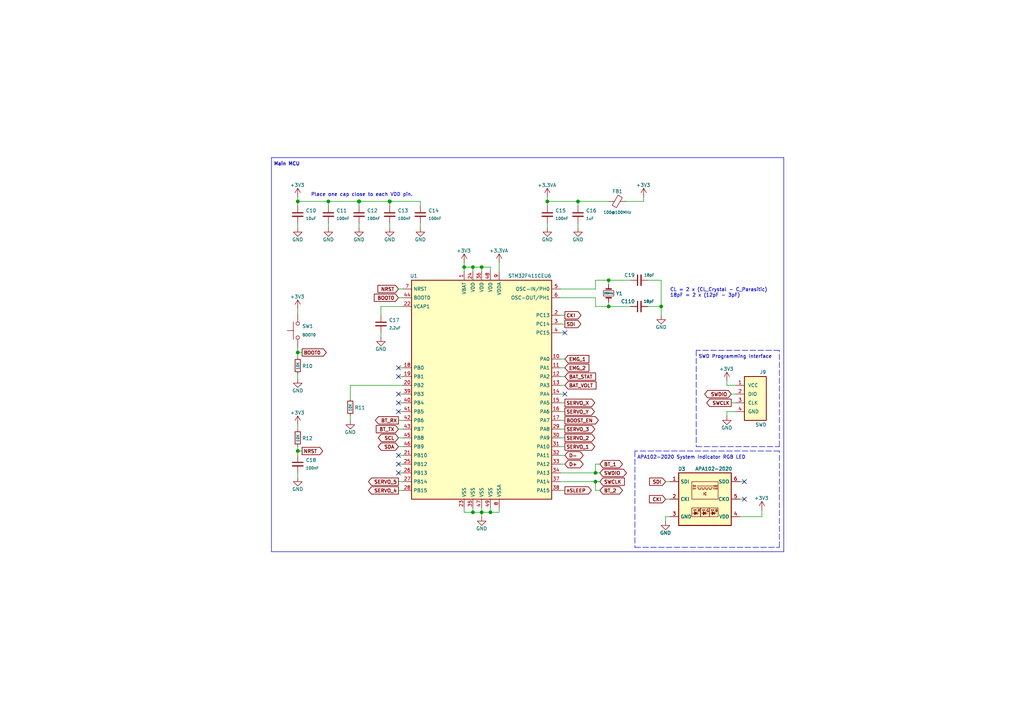
<source format=kicad_sch>
(kicad_sch (version 20201015) (generator eeschema)
  (paper "A4")
  (title_block (title "Main Controller MCU") (date "2020-10-20") (rev "1") (company "Drawn by: Hojadurdy Durdygylyjov") (comment 1 "STM32F411CE controls the entire system") (comment 2 "CC Attribution-ShareAlike 4.0 International"))
  (lib_symbols
    (symbol "Device:C_Small" (pin_numbers hide) (pin_names (offset 0.254) hide)
      (property "Reference" "C" (at 0.254 1.778 0))
      (property "Value" "C_Small" (at 0.254 -2.032 0))
      (symbol "C_Small_0_1"
        (polyline (pts (xy -1.524 -0.508) (xy 1.524 -0.508)) (stroke (width 0.3302)))
        (polyline (pts (xy -1.524 0.508) (xy 1.524 0.508)) (stroke (width 0.3048)))
      )
      (symbol "C_Small_1_1"
        (pin passive line (at 0 2.54 270) (length 2.032) (name "~") (number "1"))
        (pin passive line (at 0 -2.54 90) (length 2.032) (name "~") (number "2"))
      )
    )
    (symbol "Device:FerriteBead_Small" (pin_numbers hide) (pin_names (offset 0))
      (property "Reference" "FB" (at 1.905 1.27 0))
      (property "Value" "FerriteBead_Small" (at 1.905 -1.27 0))
      (symbol "FerriteBead_Small_0_1"
        (polyline (pts (xy 0 -1.27) (xy 0 -0.7874)))
        (polyline (pts (xy 0 0.889) (xy 0 1.2954)))
        (polyline (pts (xy -1.8288 0.2794) (xy -1.1176 1.4986) (xy 1.8288 -0.2032) (xy 1.1176 -1.4224) (xy -1.8288 0.2794)))
      )
      (symbol "FerriteBead_Small_1_1"
        (pin passive line (at 0 2.54 270) (length 1.27) (name "~") (number "1"))
        (pin passive line (at 0 -2.54 90) (length 1.27) (name "~") (number "2"))
      )
    )
    (symbol "Device:R_Small" (pin_numbers hide) (pin_names (offset 0.254) hide)
      (property "Reference" "R" (at 0.762 0.508 0))
      (property "Value" "R_Small" (at 0.762 -1.016 0))
      (symbol "R_Small_0_1"
        (rectangle (start -0.762 1.778) (end 0.762 -1.778) (stroke (width 0.2032)))
      )
      (symbol "R_Small_1_1"
        (pin passive line (at 0 2.54 270) (length 0.762) (name "~") (number "1"))
        (pin passive line (at 0 -2.54 90) (length 0.762) (name "~") (number "2"))
      )
    )
    (symbol "HD_LibDB:APA102-2020"
      (property "Reference" "D" (at -5.08 8.89 0))
      (property "Value" "APA102-2020" (at -5.08 -8.89 0))
      (symbol "APA102-2020_0_0"
        (text "B" (at 3.302 -3.302 0) (effects (font (size 0.7112 0.7112))))
        (text "CKI" (at -3.048 3.048 0) (effects (font (size 0.4 0.4))))
        (text "CKO" (at 3.048 3.048 0) (effects (font (size 0.4 0.4))))
        (text "G" (at 0.762 -3.302 0) (effects (font (size 0.7112 0.7112))))
        (text "IC" (at 0 1.524 0) (effects (font (size 0.7112 0.7112))))
        (text "R" (at -1.778 -3.302 0) (effects (font (size 0.7112 0.7112))))
        (text "SDI" (at -3.048 3.81 0) (effects (font (size 0.4 0.4))))
        (text "SDO" (at 3.048 3.81 0) (effects (font (size 0.4 0.4))))
        (rectangle (start -3.81 -5.08) (end -1.27 -2.54) (stroke (width 0.15)))
        (rectangle (start -3.81 0) (end 3.81 5.08) (stroke (width 0.15)))
        (rectangle (start -1.27 -2.54) (end 1.27 -5.08) (stroke (width 0.15)))
        (rectangle (start 1.27 -5.08) (end 3.81 -2.54) (stroke (width 0.15)))
        (polyline (pts (xy -3.302 -3.302) (xy -3.048 -3.048)))
        (polyline (pts (xy -3.048 -3.048) (xy -3.302 -3.048)))
        (polyline (pts (xy -3.048 -3.048) (xy -3.048 -3.302)))
        (polyline (pts (xy -2.54 -3.048) (xy -2.54 -3.302)))
        (polyline (pts (xy -2.286 3.81) (xy 2.286 3.81)))
        (polyline (pts (xy -0.762 -3.302) (xy -0.508 -3.048)))
        (polyline (pts (xy -0.508 -3.048) (xy -0.762 -3.048)))
        (polyline (pts (xy -0.508 -3.048) (xy -0.508 -3.302)))
        (polyline (pts (xy 0 -3.048) (xy 0 -3.302)))
        (polyline (pts (xy 1.778 -3.302) (xy 2.032 -3.048)))
        (polyline (pts (xy 2.032 -3.048) (xy 1.778 -3.048)))
        (polyline (pts (xy 2.032 -3.048) (xy 2.032 -3.302)))
        (polyline (pts (xy 2.54 -3.048) (xy 2.54 -3.302)))
        (polyline (pts (xy -2.794 -3.302) (xy -2.54 -3.048) (xy -2.794 -3.048)))
        (polyline (pts (xy -0.254 -3.302) (xy 0 -3.048) (xy -0.254 -3.048)))
        (polyline (pts (xy 2.286 -3.302) (xy 2.54 -3.048) (xy 2.286 -3.048)))
        (polyline (pts (xy -2.286 3.302) (xy -1.778 3.302) (xy -1.778 2.794) (xy -1.27 2.794) (xy -1.27 3.302) (xy -0.762 3.302) (xy -0.762 2.794) (xy -0.254 2.794) (xy -0.254 3.302) (xy 0.254 3.302) (xy 0.254 2.794) (xy 0.762 2.794) (xy 0.762 3.302) (xy 1.27 3.302) (xy 1.27 2.794) (xy 1.778 2.794) (xy 1.778 3.302) (xy 2.286 3.302)))
      )
      (symbol "APA102-2020_0_1"
        (rectangle (start -7.62 7.62) (end 7.62 -7.62) (stroke (width 0.3)) (fill (type background)))
        (polyline (pts (xy -3.556 -4.064) (xy -3.048 -4.064)))
        (polyline (pts (xy -2.286 -4.064) (xy -1.778 -4.064)))
        (polyline (pts (xy -2.286 -3.556) (xy -2.286 -4.572)))
        (polyline (pts (xy -1.016 -4.064) (xy -0.508 -4.064)))
        (polyline (pts (xy 0.254 -4.064) (xy 0.762 -4.064)))
        (polyline (pts (xy 0.254 -3.556) (xy 0.254 -4.572)))
        (polyline (pts (xy 1.524 -4.064) (xy 2.032 -4.064)))
        (polyline (pts (xy 2.794 -4.064) (xy 3.302 -4.064)))
        (polyline (pts (xy 2.794 -3.556) (xy 2.794 -4.572)))
        (polyline (pts (xy -3.048 -3.556) (xy -3.048 -4.572) (xy -2.286 -4.064) (xy -3.048 -3.556)) (fill (type outline)))
        (polyline (pts (xy -0.508 -3.556) (xy -0.508 -4.572) (xy 0.254 -4.064) (xy -0.508 -3.556)) (fill (type outline)))
        (polyline (pts (xy 2.032 -3.556) (xy 2.032 -4.572) (xy 2.794 -4.064) (xy 2.032 -3.556)) (fill (type outline)))
      )
      (symbol "APA102-2020_1_1"
        (pin input line (at -10.16 5.08 0) (length 2.54) (name "SDI") (number "1"))
        (pin input line (at -10.16 0 0) (length 2.54) (name "CKI") (number "2"))
        (pin power_in line (at -10.16 -5.08 0) (length 2.54) (name "GND") (number "3"))
        (pin power_in line (at 10.16 -5.08 180) (length 2.54) (name "VDD") (number "4"))
        (pin output line (at 10.16 0 180) (length 2.54) (name "CKO") (number "5"))
        (pin output line (at 10.16 5.08 180) (length 2.54) (name "SDO") (number "6"))
      )
    )
    (symbol "HD_LibDB:STM32F411CEU6"
      (property "Reference" "U" (at -13.97 26.67 0))
      (property "Value" "STM32F411CEU6" (at 6.35 26.67 0))
      (symbol "STM32F411CEU6_0_1"
        (rectangle (start -20.32 25.4) (end 20.32 -38.1) (stroke (width 0.254)) (fill (type background)))
      )
      (symbol "STM32F411CEU6_1_1"
        (pin input line (at -22.86 20.32 0) (length 2.54) (name "BOOT0") (number "44"))
        (pin input line (at -22.86 22.86 0) (length 2.54) (name "NRST") (number "7"))
        (pin bidirectional line (at 22.86 2.54 180) (length 2.54) (name "PA0") (number "10"))
        (pin bidirectional line (at 22.86 0 180) (length 2.54) (name "PA1") (number "11"))
        (pin bidirectional line (at 22.86 -22.86 180) (length 2.54) (name "PA10") (number "31"))
        (pin bidirectional line (at 22.86 -25.4 180) (length 2.54) (name "PA11") (number "32"))
        (pin bidirectional line (at 22.86 -27.94 180) (length 2.54) (name "PA12") (number "33"))
        (pin bidirectional line (at 22.86 -30.48 180) (length 2.54) (name "PA13") (number "34"))
        (pin bidirectional line (at 22.86 -33.02 180) (length 2.54) (name "PA14") (number "37"))
        (pin bidirectional line (at 22.86 -35.56 180) (length 2.54) (name "PA15") (number "38"))
        (pin bidirectional line (at 22.86 -2.54 180) (length 2.54) (name "PA2") (number "12"))
        (pin bidirectional line (at 22.86 -5.08 180) (length 2.54) (name "PA3") (number "13"))
        (pin bidirectional line (at 22.86 -7.62 180) (length 2.54) (name "PA4") (number "14"))
        (pin bidirectional line (at 22.86 -10.16 180) (length 2.54) (name "PA5") (number "15"))
        (pin bidirectional line (at 22.86 -12.7 180) (length 2.54) (name "PA6") (number "16"))
        (pin bidirectional line (at 22.86 -15.24 180) (length 2.54) (name "PA7") (number "17"))
        (pin bidirectional line (at 22.86 -17.78 180) (length 2.54) (name "PA8") (number "29"))
        (pin bidirectional line (at 22.86 -20.32 180) (length 2.54) (name "PA9") (number "30"))
        (pin bidirectional line (at -22.86 0 0) (length 2.54) (name "PB0") (number "18"))
        (pin bidirectional line (at -22.86 -2.54 0) (length 2.54) (name "PB1") (number "19"))
        (pin bidirectional line (at -22.86 -25.4 0) (length 2.54) (name "PB10") (number "21"))
        (pin bidirectional line (at -22.86 -27.94 0) (length 2.54) (name "PB12") (number "25"))
        (pin bidirectional line (at -22.86 -30.48 0) (length 2.54) (name "PB13") (number "26"))
        (pin bidirectional line (at -22.86 -33.02 0) (length 2.54) (name "PB14") (number "27"))
        (pin bidirectional line (at -22.86 -35.56 0) (length 2.54) (name "PB15") (number "28"))
        (pin bidirectional line (at -22.86 -5.08 0) (length 2.54) (name "PB2") (number "20"))
        (pin bidirectional line (at -22.86 -7.62 0) (length 2.54) (name "PB3") (number "39"))
        (pin bidirectional line (at -22.86 -10.16 0) (length 2.54) (name "PB4") (number "40"))
        (pin bidirectional line (at -22.86 -12.7 0) (length 2.54) (name "PB5") (number "41"))
        (pin bidirectional line (at -22.86 -15.24 0) (length 2.54) (name "PB6") (number "42"))
        (pin bidirectional line (at -22.86 -17.78 0) (length 2.54) (name "PB7") (number "43"))
        (pin bidirectional line (at -22.86 -20.32 0) (length 2.54) (name "PB8") (number "45"))
        (pin bidirectional line (at -22.86 -22.86 0) (length 2.54) (name "PB9") (number "46"))
        (pin bidirectional line (at 22.86 15.24 180) (length 2.54) (name "PC13") (number "2"))
        (pin bidirectional line (at 22.86 12.7 180) (length 2.54) (name "PC14") (number "3"))
        (pin bidirectional line (at 22.86 10.16 180) (length 2.54) (name "PC15") (number "4"))
        (pin input line (at 22.86 22.86 180) (length 2.54) (name "OSC-IN/PH0") (number "5"))
        (pin input line (at 22.86 20.32 180) (length 2.54) (name "OSC-OUT/PH1") (number "6"))
        (pin power_in line (at -5.08 27.94 270) (length 2.54) (name "VBAT") (number "1"))
        (pin power_in line (at -22.86 17.78 0) (length 2.54) (name "VCAP1") (number "22"))
        (pin power_in line (at -2.54 27.94 270) (length 2.54) (name "VDD") (number "24"))
        (pin power_in line (at 0 27.94 270) (length 2.54) (name "VDD") (number "36"))
        (pin power_in line (at 2.54 27.94 270) (length 2.54) (name "VDD") (number "48"))
        (pin power_in line (at 5.08 27.94 270) (length 2.54) (name "VDDA") (number "9"))
        (pin power_in line (at -5.08 -40.64 90) (length 2.54) (name "VSS") (number "23"))
        (pin power_in line (at -2.54 -40.64 90) (length 2.54) (name "VSS") (number "35"))
        (pin power_in line (at 0 -40.64 90) (length 2.54) (name "VSS") (number "47"))
        (pin power_in line (at 2.54 -40.64 90) (length 2.54) (name "VSS") (number "49"))
        (pin power_in line (at 5.08 -40.64 90) (length 2.54) (name "VSSA") (number "8"))
      )
    )
    (symbol "HD_LibDB:SWD" (pin_names (offset 1.016))
      (property "Reference" "J" (at -2.54 8.89 0))
      (property "Value" "SWD" (at 1.27 8.89 0))
      (symbol "SWD_0_1"
        (rectangle (start -2.54 7.62) (end 3.81 -5.08) (stroke (width 0.254)) (fill (type background)))
      )
      (symbol "SWD_1_1"
        (pin power_in line (at -5.08 5.08 0) (length 2.54) (name "VCC") (number "1"))
        (pin bidirectional line (at -5.08 2.54 0) (length 2.54) (name "DIO") (number "2"))
        (pin bidirectional line (at -5.08 0 0) (length 2.54) (name "CLK") (number "3"))
        (pin power_in line (at -5.08 -2.54 0) (length 2.54) (name "GND") (number "4"))
      )
    )
    (symbol "HD_LibSym:+3.3V" (power) (pin_names (offset 0))
      (property "Value" "+3.3V" (at 0 2.921 0))
      (symbol "+3.3V_0_1"
        (polyline (pts (xy -0.762 0.635) (xy 0 1.905)))
        (polyline (pts (xy 0 -0.635) (xy 0 1.905)))
        (polyline (pts (xy 0 1.905) (xy 0.762 0.635)))
      )
      (symbol "+3.3V_1_1"
        (pin power_in line (at 0 -0.635 90) (length 0) hide (name "+3V3") (number "1"))
      )
    )
    (symbol "HD_LibSym:Crystal_Small" (pin_numbers hide) (pin_names (offset 1.016) hide)
      (property "Reference" "Y" (at 0 5.08 0))
      (property "Value" "Crystal_Small" (at 0 3.175 0))
      (symbol "Crystal_Small_0_1"
        (rectangle (start -0.762 -1.524) (end 0.762 1.524))
        (polyline (pts (xy -1.27 -0.762) (xy -1.27 0.762)) (stroke (width 0.381)))
        (polyline (pts (xy 1.27 -0.762) (xy 1.27 0.762)) (stroke (width 0.381)))
      )
      (symbol "Crystal_Small_1_1"
        (pin passive line (at -2.54 0 0) (length 1.27) (name "1") (number "1"))
        (pin passive line (at 2.54 0 180) (length 1.27) (name "3") (number "3"))
      )
    )
    (symbol "Switch:SW_Push" (pin_numbers hide) (pin_names (offset 1.016) hide)
      (property "Reference" "SW" (at 1.27 2.54 0))
      (property "Value" "SW_Push" (at 0 -1.524 0))
      (symbol "SW_Push_0_1"
        (circle (center -2.032 0) (radius 0.508))
        (circle (center 2.032 0) (radius 0.508))
        (polyline (pts (xy 0 1.27) (xy 0 3.048)))
        (polyline (pts (xy 2.54 1.27) (xy -2.54 1.27)))
        (pin passive line (at -5.08 0 0) (length 2.54) (name "1") (number "1"))
        (pin passive line (at 5.08 0 180) (length 2.54) (name "2") (number "2"))
      )
    )
    (symbol "power:+3.3VA" (power) (pin_names (offset 0))
      (property "Value" "+3.3VA" (at 0 3.556 0))
      (symbol "+3.3VA_0_1"
        (polyline (pts (xy -0.762 1.27) (xy 0 2.54)))
        (polyline (pts (xy 0 0) (xy 0 2.54)))
        (polyline (pts (xy 0 2.54) (xy 0.762 1.27)))
      )
      (symbol "+3.3VA_1_1"
        (pin power_in line (at 0 0 90) (length 0) hide (name "+3.3VA") (number "1"))
      )
    )
    (symbol "power:GND" (power) (pin_names (offset 0))
      (property "Value" "GND" (at 0 -3.81 0))
      (symbol "GND_0_1"
        (polyline (pts (xy 0 0) (xy 0 -1.27) (xy 1.27 -1.27) (xy 0 -2.54) (xy -1.27 -1.27) (xy 0 -1.27)))
      )
      (symbol "GND_1_1"
        (pin power_in line (at 0 0 270) (length 0) hide (name "GND") (number "1"))
      )
    )
  )
  (junction (at 86.36 58.42) (diameter 0.9144))
  (junction (at 86.36 102.235) (diameter 0.9144))
  (junction (at 86.36 130.81) (diameter 0.9144))
  (junction (at 95.25 58.42) (diameter 0.9144))
  (junction (at 104.14 58.42) (diameter 1.016))
  (junction (at 113.03 58.42) (diameter 1.016))
  (junction (at 134.62 77.47) (diameter 0.9144))
  (junction (at 137.16 77.47) (diameter 0.9144))
  (junction (at 137.16 148.59) (diameter 0.9144))
  (junction (at 139.7 77.47) (diameter 0.9144))
  (junction (at 139.7 148.59) (diameter 0.9144))
  (junction (at 142.24 148.59) (diameter 0.9144))
  (junction (at 158.75 58.42) (diameter 0.9144))
  (junction (at 167.64 58.42) (diameter 0.9144))
  (junction (at 172.72 137.16) (diameter 0.9144))
  (junction (at 172.72 139.7) (diameter 0.9144))
  (junction (at 176.53 81.28) (diameter 0.9144))
  (junction (at 176.53 88.9) (diameter 0.9144))
  (junction (at 191.77 88.9) (diameter 0.9144))
  (no_connect (at 115.57 114.3))
  (no_connect (at 115.57 109.22))
  (no_connect (at 115.57 116.84))
  (no_connect (at 115.57 119.38))
  (no_connect (at 163.83 96.52))
  (no_connect (at 115.57 134.62))
  (no_connect (at 115.57 106.68))
  (no_connect (at 215.9 144.78))
  (no_connect (at 115.57 137.16))
  (no_connect (at 115.57 132.08))
  (no_connect (at 215.9 139.7))
  (no_connect (at 163.83 114.3))
  (wire (pts (xy 86.36 57.15) (xy 86.36 58.42)))
  (wire (pts (xy 86.36 58.42) (xy 86.36 59.69)))
  (wire (pts (xy 86.36 58.42) (xy 95.25 58.42)))
  (wire (pts (xy 86.36 64.77) (xy 86.36 66.04)))
  (wire (pts (xy 86.36 89.535) (xy 86.36 90.805)))
  (wire (pts (xy 86.36 100.965) (xy 86.36 102.235)))
  (wire (pts (xy 86.36 102.235) (xy 86.36 103.505)))
  (wire (pts (xy 86.36 102.235) (xy 87.63 102.235)))
  (wire (pts (xy 86.36 108.585) (xy 86.36 109.855)))
  (wire (pts (xy 86.36 123.19) (xy 86.36 124.46)))
  (wire (pts (xy 86.36 129.54) (xy 86.36 130.81)))
  (wire (pts (xy 86.36 130.81) (xy 86.36 132.08)))
  (wire (pts (xy 86.36 130.81) (xy 87.63 130.81)))
  (wire (pts (xy 86.36 137.16) (xy 86.36 138.43)))
  (wire (pts (xy 95.25 58.42) (xy 104.14 58.42)))
  (wire (pts (xy 95.25 59.69) (xy 95.25 58.42)))
  (wire (pts (xy 95.25 64.77) (xy 95.25 66.04)))
  (wire (pts (xy 101.6 111.76) (xy 101.6 115.57)))
  (wire (pts (xy 101.6 120.65) (xy 101.6 121.92)))
  (wire (pts (xy 104.14 58.42) (xy 113.03 58.42)))
  (wire (pts (xy 104.14 59.69) (xy 104.14 58.42)))
  (wire (pts (xy 104.14 66.04) (xy 104.14 64.77)))
  (wire (pts (xy 110.49 88.9) (xy 110.49 91.44)))
  (wire (pts (xy 110.49 88.9) (xy 116.84 88.9)))
  (wire (pts (xy 110.49 96.52) (xy 110.49 97.79)))
  (wire (pts (xy 113.03 59.69) (xy 113.03 58.42)))
  (wire (pts (xy 113.03 64.77) (xy 113.03 66.04)))
  (wire (pts (xy 115.57 83.82) (xy 116.84 83.82)))
  (wire (pts (xy 115.57 86.36) (xy 116.84 86.36)))
  (wire (pts (xy 115.57 106.68) (xy 116.84 106.68)))
  (wire (pts (xy 115.57 114.3) (xy 116.84 114.3)))
  (wire (pts (xy 115.57 116.84) (xy 116.84 116.84)))
  (wire (pts (xy 115.57 119.38) (xy 116.84 119.38)))
  (wire (pts (xy 115.57 121.92) (xy 116.84 121.92)))
  (wire (pts (xy 115.57 124.46) (xy 116.84 124.46)))
  (wire (pts (xy 115.57 127) (xy 116.84 127)))
  (wire (pts (xy 115.57 129.54) (xy 116.84 129.54)))
  (wire (pts (xy 115.57 132.08) (xy 116.84 132.08)))
  (wire (pts (xy 116.84 109.22) (xy 115.57 109.22)))
  (wire (pts (xy 116.84 111.76) (xy 101.6 111.76)))
  (wire (pts (xy 116.84 134.62) (xy 115.57 134.62)))
  (wire (pts (xy 116.84 137.16) (xy 115.57 137.16)))
  (wire (pts (xy 116.84 139.7) (xy 115.57 139.7)))
  (wire (pts (xy 116.84 142.24) (xy 115.57 142.24)))
  (wire (pts (xy 121.92 58.42) (xy 113.03 58.42)))
  (wire (pts (xy 121.92 58.42) (xy 121.92 59.69)))
  (wire (pts (xy 121.92 64.77) (xy 121.92 66.04)))
  (wire (pts (xy 134.62 76.2) (xy 134.62 77.47)))
  (wire (pts (xy 134.62 77.47) (xy 137.16 77.47)))
  (wire (pts (xy 134.62 78.74) (xy 134.62 77.47)))
  (wire (pts (xy 134.62 147.32) (xy 134.62 148.59)))
  (wire (pts (xy 134.62 148.59) (xy 137.16 148.59)))
  (wire (pts (xy 137.16 77.47) (xy 137.16 78.74)))
  (wire (pts (xy 137.16 77.47) (xy 139.7 77.47)))
  (wire (pts (xy 137.16 147.32) (xy 137.16 148.59)))
  (wire (pts (xy 137.16 148.59) (xy 139.7 148.59)))
  (wire (pts (xy 139.7 77.47) (xy 139.7 78.74)))
  (wire (pts (xy 139.7 77.47) (xy 142.24 77.47)))
  (wire (pts (xy 139.7 147.32) (xy 139.7 148.59)))
  (wire (pts (xy 139.7 148.59) (xy 139.7 149.86)))
  (wire (pts (xy 139.7 148.59) (xy 142.24 148.59)))
  (wire (pts (xy 142.24 77.47) (xy 142.24 78.74)))
  (wire (pts (xy 142.24 147.32) (xy 142.24 148.59)))
  (wire (pts (xy 142.24 148.59) (xy 144.78 148.59)))
  (wire (pts (xy 144.78 76.2) (xy 144.78 78.74)))
  (wire (pts (xy 144.78 147.32) (xy 144.78 148.59)))
  (wire (pts (xy 158.75 57.15) (xy 158.75 58.42)))
  (wire (pts (xy 158.75 58.42) (xy 158.75 59.69)))
  (wire (pts (xy 158.75 58.42) (xy 167.64 58.42)))
  (wire (pts (xy 158.75 64.77) (xy 158.75 66.04)))
  (wire (pts (xy 162.56 83.82) (xy 172.72 83.82)))
  (wire (pts (xy 162.56 86.36) (xy 172.72 86.36)))
  (wire (pts (xy 162.56 91.44) (xy 163.83 91.44)))
  (wire (pts (xy 162.56 93.98) (xy 163.83 93.98)))
  (wire (pts (xy 162.56 96.52) (xy 163.83 96.52)))
  (wire (pts (xy 162.56 106.68) (xy 163.83 106.68)))
  (wire (pts (xy 162.56 111.76) (xy 163.83 111.76)))
  (wire (pts (xy 162.56 114.3) (xy 163.83 114.3)))
  (wire (pts (xy 162.56 116.84) (xy 163.83 116.84)))
  (wire (pts (xy 162.56 119.38) (xy 163.83 119.38)))
  (wire (pts (xy 162.56 121.92) (xy 163.83 121.92)))
  (wire (pts (xy 162.56 127) (xy 163.83 127)))
  (wire (pts (xy 162.56 129.54) (xy 163.83 129.54)))
  (wire (pts (xy 162.56 132.08) (xy 163.83 132.08)))
  (wire (pts (xy 162.56 134.62) (xy 163.83 134.62)))
  (wire (pts (xy 162.56 137.16) (xy 172.72 137.16)))
  (wire (pts (xy 162.56 139.7) (xy 172.72 139.7)))
  (wire (pts (xy 162.56 142.24) (xy 163.83 142.24)))
  (wire (pts (xy 163.83 104.14) (xy 162.56 104.14)))
  (wire (pts (xy 163.83 109.22) (xy 162.56 109.22)))
  (wire (pts (xy 163.83 124.46) (xy 162.56 124.46)))
  (wire (pts (xy 167.64 58.42) (xy 167.64 59.69)))
  (wire (pts (xy 167.64 58.42) (xy 176.53 58.42)))
  (wire (pts (xy 167.64 64.77) (xy 167.64 66.04)))
  (wire (pts (xy 172.72 81.28) (xy 172.72 83.82)))
  (wire (pts (xy 172.72 86.36) (xy 172.72 88.9)))
  (wire (pts (xy 172.72 88.9) (xy 176.53 88.9)))
  (wire (pts (xy 172.72 134.62) (xy 172.72 137.16)))
  (wire (pts (xy 172.72 137.16) (xy 173.99 137.16)))
  (wire (pts (xy 172.72 139.7) (xy 173.99 139.7)))
  (wire (pts (xy 172.72 142.24) (xy 172.72 139.7)))
  (wire (pts (xy 173.99 134.62) (xy 172.72 134.62)))
  (wire (pts (xy 173.99 142.24) (xy 172.72 142.24)))
  (wire (pts (xy 176.53 81.28) (xy 172.72 81.28)))
  (wire (pts (xy 176.53 81.28) (xy 182.88 81.28)))
  (wire (pts (xy 176.53 82.55) (xy 176.53 81.28)))
  (wire (pts (xy 176.53 87.63) (xy 176.53 88.9)))
  (wire (pts (xy 176.53 88.9) (xy 182.88 88.9)))
  (wire (pts (xy 181.61 58.42) (xy 186.69 58.42)))
  (wire (pts (xy 186.69 58.42) (xy 186.69 57.15)))
  (wire (pts (xy 187.96 81.28) (xy 191.77 81.28)))
  (wire (pts (xy 191.77 81.28) (xy 191.77 88.9)))
  (wire (pts (xy 191.77 88.9) (xy 187.96 88.9)))
  (wire (pts (xy 191.77 88.9) (xy 191.77 91.44)))
  (wire (pts (xy 193.04 139.7) (xy 194.31 139.7)))
  (wire (pts (xy 193.04 144.78) (xy 194.31 144.78)))
  (wire (pts (xy 193.04 149.86) (xy 194.31 149.86)))
  (wire (pts (xy 193.04 151.13) (xy 193.04 149.86)))
  (wire (pts (xy 210.82 111.76) (xy 210.82 110.49)))
  (wire (pts (xy 210.82 119.38) (xy 210.82 120.65)))
  (wire (pts (xy 212.09 114.3) (xy 213.36 114.3)))
  (wire (pts (xy 212.09 116.84) (xy 213.36 116.84)))
  (wire (pts (xy 213.36 111.76) (xy 210.82 111.76)))
  (wire (pts (xy 213.36 119.38) (xy 210.82 119.38)))
  (wire (pts (xy 214.63 139.7) (xy 215.9 139.7)))
  (wire (pts (xy 214.63 144.78) (xy 215.9 144.78)))
  (wire (pts (xy 214.63 149.86) (xy 220.98 149.86)))
  (wire (pts (xy 220.98 147.955) (xy 220.98 149.86)))
  (polyline (pts (xy 78.74 45.72) (xy 78.74 160.02)) (stroke (width 0.152) (type solid)))
  (polyline (pts (xy 78.74 45.72) (xy 227.33 45.72)) (stroke (width 0.152) (type solid)))
  (polyline (pts (xy 184.15 130.81) (xy 184.15 158.75)) (stroke (width 0.152) (type dash)))
  (polyline (pts (xy 184.15 158.75) (xy 226.06 158.75)) (stroke (width 0.152) (type dash)))
  (polyline (pts (xy 201.93 101.6) (xy 201.93 129.54)) (stroke (width 0) (type dash)))
  (polyline (pts (xy 201.93 129.54) (xy 226.06 129.54)) (stroke (width 0) (type dash)))
  (polyline (pts (xy 226.06 101.6) (xy 201.93 101.6)) (stroke (width 0) (type dash)))
  (polyline (pts (xy 226.06 129.54) (xy 226.06 101.6)) (stroke (width 0) (type dash)))
  (polyline (pts (xy 226.06 130.81) (xy 184.15 130.81)) (stroke (width 0.152) (type dash)))
  (polyline (pts (xy 226.06 158.75) (xy 226.06 130.81)) (stroke (width 0.152) (type dash)))
  (polyline (pts (xy 227.33 45.72) (xy 227.33 160.02)) (stroke (width 0.152) (type solid)))
  (polyline (pts (xy 227.33 160.02) (xy 78.74 160.02)) (stroke (width 0.152) (type solid)))
  (text "Main MCU" (at 79.375 48.26 0) (effects (font (size 1 1) (thickness 0.2) bold) (justify left bottom)))
  (text "Place one cap close to each VDD pin." (at 90.17 57.15 0) (effects (font (size 1 1)) (justify left bottom)))
  (text "APA102-2020 System Indicator RGB LED" (at 184.785 133.35 0) (effects (font (size 1 1)) (justify left bottom)))
  (text "CL = 2 x (CL_Crystal - C_Parasitic)\n18pF = 2 x (12pF - 3pF)" (at 194.31 86.36 0) (effects (font (size 1 1)) (justify left bottom)))
  (text "SWD Programming Interface" (at 202.565 104.14 0) (effects (font (size 1 1)) (justify left bottom)))
  (global_label "BOOT0" (shape output) (at 87.63 102.235 0) (property "Intersheet References" "${INTERSHEET_REFS}" (effects hide)) (effects (font (size 1 1) (thickness 0.2) bold)))
  (global_label "NRST" (shape output) (at 87.63 130.81 0) (property "Intersheet References" "${INTERSHEET_REFS}" (effects hide)) (effects (font (size 1 1) (thickness 0.2) bold)))
  (global_label "NRST" (shape input) (at 115.57 83.82 180) (property "Intersheet References" "${INTERSHEET_REFS}" (effects hide)) (effects (font (size 1 1) (thickness 0.2) bold)))
  (global_label "BOOT0" (shape input) (at 115.57 86.36 180) (property "Intersheet References" "${INTERSHEET_REFS}" (effects hide)) (effects (font (size 1 1) (thickness 0.2) bold)))
  (global_label "BT_RX" (shape output) (at 115.57 121.92 180) (property "Intersheet References" "${INTERSHEET_REFS}" (effects hide)) (effects (font (size 1 1) (thickness 0.2) bold)))
  (global_label "BT_TX" (shape input) (at 115.57 124.46 180) (property "Intersheet References" "${INTERSHEET_REFS}" (effects hide)) (effects (font (size 1 1) (thickness 0.2) bold)))
  (global_label "SCL" (shape bidirectional) (at 115.57 127 180) (property "Intersheet References" "${INTERSHEET_REFS}" (effects hide)) (effects (font (size 1 1) (thickness 0.2) bold)))
  (global_label "SDA" (shape bidirectional) (at 115.57 129.54 180) (property "Intersheet References" "${INTERSHEET_REFS}" (effects hide)) (effects (font (size 1 1) (thickness 0.2) bold)))
  (global_label "SERVO_5" (shape output) (at 115.57 139.7 180) (property "Intersheet References" "${INTERSHEET_REFS}" (effects hide)) (effects (font (size 1 1) (thickness 0.2) bold)))
  (global_label "SERVO_4" (shape output) (at 115.57 142.24 180) (property "Intersheet References" "${INTERSHEET_REFS}" (effects hide)) (effects (font (size 1 1) (thickness 0.2) bold)))
  (global_label "CKI" (shape output) (at 163.83 91.44 0) (property "Intersheet References" "${INTERSHEET_REFS}" (effects hide)) (effects (font (size 1 1) (thickness 0.2) bold)))
  (global_label "SDI" (shape output) (at 163.83 93.98 0) (property "Intersheet References" "${INTERSHEET_REFS}" (effects hide)) (effects (font (size 1 1) (thickness 0.2) bold)))
  (global_label "EMG_1" (shape input) (at 163.83 104.14 0) (property "Intersheet References" "${INTERSHEET_REFS}" (effects hide)) (effects (font (size 1 1) (thickness 0.2) bold)))
  (global_label "EMG_2" (shape input) (at 163.83 106.68 0) (property "Intersheet References" "${INTERSHEET_REFS}" (effects hide)) (effects (font (size 1 1) (thickness 0.2) bold)))
  (global_label "BAT_STAT" (shape input) (at 163.83 109.22 0) (property "Intersheet References" "${INTERSHEET_REFS}" (effects hide)) (effects (font (size 1 1) (thickness 0.2) bold)))
  (global_label "BAT_VOLT" (shape input) (at 163.83 111.76 0) (property "Intersheet References" "${INTERSHEET_REFS}" (effects hide)) (effects (font (size 1 1) (thickness 0.2) bold)))
  (global_label "SERVO_X" (shape output) (at 163.83 116.84 0) (property "Intersheet References" "${INTERSHEET_REFS}" (effects hide)) (effects (font (size 1 1) (thickness 0.2) bold)))
  (global_label "SERVO_Y" (shape output) (at 163.83 119.38 0) (property "Intersheet References" "${INTERSHEET_REFS}" (effects hide)) (effects (font (size 1 1) (thickness 0.2) bold)))
  (global_label "BOOST_EN" (shape output) (at 163.83 121.92 0) (property "Intersheet References" "${INTERSHEET_REFS}" (effects hide)) (effects (font (size 1 1) (thickness 0.2) bold)))
  (global_label "SERVO_3" (shape output) (at 163.83 124.46 0) (property "Intersheet References" "${INTERSHEET_REFS}" (effects hide)) (effects (font (size 1 1) (thickness 0.2) bold)))
  (global_label "SERVO_2" (shape output) (at 163.83 127 0) (property "Intersheet References" "${INTERSHEET_REFS}" (effects hide)) (effects (font (size 1 1) (thickness 0.2) bold)))
  (global_label "SERVO_1" (shape output) (at 163.83 129.54 0) (property "Intersheet References" "${INTERSHEET_REFS}" (effects hide)) (effects (font (size 1 1) (thickness 0.2) bold)))
  (global_label "D-" (shape bidirectional) (at 163.83 132.08 0) (property "Intersheet References" "${INTERSHEET_REFS}" (effects hide)) (effects (font (size 1 1) (thickness 0.2) bold)))
  (global_label "D+" (shape bidirectional) (at 163.83 134.62 0) (property "Intersheet References" "${INTERSHEET_REFS}" (effects hide)) (effects (font (size 1 1) (thickness 0.2) bold)))
  (global_label "nSLEEP" (shape output) (at 163.83 142.24 0) (property "Intersheet References" "${INTERSHEET_REFS}" (effects hide)) (effects (font (size 1 1) (thickness 0.2) bold)))
  (global_label "BT_1" (shape bidirectional) (at 173.99 134.62 0) (property "Intersheet References" "${INTERSHEET_REFS}" (effects hide)) (effects (font (size 1 1) (thickness 0.2) bold)))
  (global_label "SWDIO" (shape bidirectional) (at 173.99 137.16 0) (property "Intersheet References" "${INTERSHEET_REFS}" (effects hide)) (effects (font (size 1 1) (thickness 0.2) bold)))
  (global_label "SWCLK" (shape input) (at 173.99 139.7 0) (property "Intersheet References" "${INTERSHEET_REFS}" (effects hide)) (effects (font (size 1 1) (thickness 0.2) bold)))
  (global_label "BT_2" (shape bidirectional) (at 173.99 142.24 0) (property "Intersheet References" "${INTERSHEET_REFS}" (effects hide)) (effects (font (size 1 1) (thickness 0.2) bold)))
  (global_label "SDI" (shape input) (at 193.04 139.7 180) (property "Intersheet References" "${INTERSHEET_REFS}" (effects hide)) (effects (font (size 1 1) (thickness 0.2) bold)))
  (global_label "CKI" (shape input) (at 193.04 144.78 180) (property "Intersheet References" "${INTERSHEET_REFS}" (effects hide)) (effects (font (size 1 1) (thickness 0.2) bold)))
  (global_label "SWDIO" (shape bidirectional) (at 212.09 114.3 180) (property "Intersheet References" "${INTERSHEET_REFS}" (effects hide)) (effects (font (size 1 1) (thickness 0.2) bold)))
  (global_label "SWCLK" (shape output) (at 212.09 116.84 180) (property "Intersheet References" "${INTERSHEET_REFS}" (effects hide)) (effects (font (size 1 1) (thickness 0.2) bold)))
  (symbol (lib_id "HD_LibSym:+3.3V") (at 86.36 56.515 0) (unit 1)
    (property "Reference" "#PWR0216" (effects hide))
    (property "Value" "+3.3V" (at 86.2203 53.6779 0) (effects (font (size 1 1))))
  )
  (symbol (lib_id "HD_LibSym:+3.3V") (at 86.36 88.9 0) (unit 1)
    (property "Reference" "#PWR0207" (effects hide))
    (property "Value" "+3.3V" (at 86.2203 86.0629 0) (effects (font (size 1 1))))
  )
  (symbol (lib_id "HD_LibSym:+3.3V") (at 86.36 122.555 0) (unit 1)
    (property "Reference" "#PWR0222" (effects hide))
    (property "Value" "+3.3V" (at 86.2203 119.7179 0) (effects (font (size 1 1))))
  )
  (symbol (lib_id "HD_LibSym:+3.3V") (at 134.62 75.565 0) (unit 1)
    (property "Reference" "#PWR0166" (effects hide))
    (property "Value" "+3.3V" (at 134.4803 72.7279 0) (effects (font (size 1 1))))
  )
  (symbol (lib_id "power:+3.3VA") (at 144.78 76.2 0) (unit 1)
    (property "Reference" "#PWR0169" (effects hide))
    (property "Value" "+3.3VA" (at 144.653 72.7202 0) (effects (font (size 1 1))))
  )
  (symbol (lib_id "power:+3.3VA") (at 158.75 57.15 0) (unit 1)
    (property "Reference" "#PWR0212" (effects hide))
    (property "Value" "+3.3VA" (at 158.623 53.721 0) (effects (font (size 1 1))))
  )
  (symbol (lib_id "HD_LibSym:+3.3V") (at 186.69 56.515 0) (unit 1)
    (property "Reference" "#PWR0211" (effects hide))
    (property "Value" "+3.3V" (at 186.5503 53.6779 0) (effects (font (size 1 1))))
  )
  (symbol (lib_id "HD_LibSym:+3.3V") (at 210.82 109.855 0) (unit 1)
    (property "Reference" "#PWR0220" (effects hide))
    (property "Value" "+3.3V" (at 210.6803 107.0179 0) (effects (font (size 1 1))))
  )
  (symbol (lib_id "HD_LibSym:+3.3V") (at 220.98 147.32 0) (unit 1)
    (property "Reference" "#PWR0167" (effects hide))
    (property "Value" "+3.3V" (at 220.8403 144.4829 0) (effects (font (size 1 1))))
  )
  (symbol (lib_id "power:GND") (at 86.36 66.04 0) (unit 1)
    (property "Reference" "#PWR0237" (effects hide))
    (property "Value" "GND" (at 86.347 69.475 0) (effects (font (size 1 1))))
  )
  (symbol (lib_id "power:GND") (at 86.36 109.855 0) (unit 1)
    (property "Reference" "#PWR0208" (effects hide))
    (property "Value" "GND" (at 86.347 113.29 0) (effects (font (size 1 1))))
  )
  (symbol (lib_id "power:GND") (at 86.36 138.43 0) (unit 1)
    (property "Reference" "#PWR0104" (effects hide))
    (property "Value" "GND" (at 86.347 141.865 0) (effects (font (size 1 1))))
  )
  (symbol (lib_id "power:GND") (at 95.25 66.04 0) (unit 1)
    (property "Reference" "#PWR0215" (effects hide))
    (property "Value" "GND" (at 95.237 69.475 0) (effects (font (size 1 1))))
  )
  (symbol (lib_id "power:GND") (at 101.6 121.92 0) (unit 1)
    (property "Reference" "#PWR0221" (effects hide))
    (property "Value" "GND" (at 101.587 125.355 0) (effects (font (size 1 1))))
  )
  (symbol (lib_id "power:GND") (at 104.14 66.04 0) (unit 1)
    (property "Reference" "#PWR0214" (effects hide))
    (property "Value" "GND" (at 104.127 69.475 0) (effects (font (size 1 1))))
  )
  (symbol (lib_id "power:GND") (at 110.49 97.79 0) (unit 1)
    (property "Reference" "#PWR0217" (effects hide))
    (property "Value" "GND" (at 110.477 101.225 0) (effects (font (size 1 1))))
  )
  (symbol (lib_id "power:GND") (at 113.03 66.04 0) (unit 1)
    (property "Reference" "#PWR0213" (effects hide))
    (property "Value" "GND" (at 113.017 69.475 0) (effects (font (size 1 1))))
  )
  (symbol (lib_id "power:GND") (at 121.92 66.04 0) (unit 1)
    (property "Reference" "#PWR0170" (effects hide))
    (property "Value" "GND" (at 121.907 69.475 0) (effects (font (size 1 1))))
  )
  (symbol (lib_id "power:GND") (at 139.7 149.86 0) (unit 1)
    (property "Reference" "#PWR0218" (effects hide))
    (property "Value" "GND" (at 139.687 153.295 0) (effects (font (size 1 1))))
  )
  (symbol (lib_id "power:GND") (at 158.75 66.04 0) (unit 1)
    (property "Reference" "#PWR0209" (effects hide))
    (property "Value" "GND" (at 158.737 69.475 0) (effects (font (size 1 1))))
  )
  (symbol (lib_id "power:GND") (at 167.64 66.04 0) (unit 1)
    (property "Reference" "#PWR0210" (effects hide))
    (property "Value" "GND" (at 167.627 69.475 0) (effects (font (size 1 1))))
  )
  (symbol (lib_id "power:GND") (at 191.77 91.44 0) (unit 1)
    (property "Reference" "#PWR0103" (effects hide))
    (property "Value" "GND" (at 191.757 94.875 0) (effects (font (size 1 1))))
  )
  (symbol (lib_id "power:GND") (at 193.04 151.13 0) (unit 1)
    (property "Reference" "#PWR0168" (effects hide))
    (property "Value" "GND" (at 193.027 154.565 0) (effects (font (size 1 1))))
  )
  (symbol (lib_id "power:GND") (at 210.82 120.65 0) (unit 1)
    (property "Reference" "#PWR0219" (effects hide))
    (property "Value" "GND" (at 210.807 124.085 0) (effects (font (size 1 1))))
  )
  (symbol (lib_id "Device:R_Small") (at 86.36 106.045 180) (unit 1)
    (property "Reference" "R10" (at 90.703 106.178 0) (effects (font (size 1 1)) (justify left)))
    (property "Value" "10K" (at 86.385 104.947 90) (effects (font (size 0.75 0.75)) (justify left)))
    (property "Footprint" "Resistor_SMD:R_0201_0603Metric" (effects hide))
    (property "Tolerance" "1%" (effects hide))
  )
  (symbol (lib_id "Device:R_Small") (at 86.36 127 180) (unit 1)
    (property "Reference" "R12" (at 90.703 127.133 0) (effects (font (size 1 1)) (justify left)))
    (property "Value" "10K" (at 86.385 125.902 90) (effects (font (size 0.75 0.75)) (justify left)))
    (property "Footprint" "Resistor_SMD:R_0201_0603Metric" (effects hide))
    (property "Tolerance" "1%" (effects hide))
  )
  (symbol (lib_id "Device:R_Small") (at 101.6 118.11 180) (unit 1)
    (property "Reference" "R11" (at 105.943 118.243 0) (effects (font (size 1 1)) (justify left)))
    (property "Value" "10K" (at 101.625 117.012 90) (effects (font (size 0.75 0.75)) (justify left)))
    (property "Footprint" "Resistor_SMD:R_0201_0603Metric" (effects hide))
    (property "Tolerance" "1%" (effects hide))
  )
  (symbol (lib_id "HD_LibSym:Crystal_Small") (at 176.53 85.09 90) (unit 1)
    (property "Reference" "Y1" (at 178.613 85.141 90) (effects (font (size 1 1)) (justify right)))
    (property "Value" "25MHz" (at 175.133 85.09 90) (effects (font (size 0.55 0.55)) (justify right)))
    (property "Footprint" "Crystal:Crystal_SMD_2016-4Pin_2.0x1.6mm" (effects hide))
  )
  (symbol (lib_id "Device:C_Small") (at 86.36 62.23 0) (unit 1)
    (property "Reference" "C10" (at 88.684 61.081 0) (effects (font (size 1 1)) (justify left)))
    (property "Value" "10uF" (at 88.684 63.379 0) (effects (font (size 0.8 0.8)) (justify left)))
    (property "Footprint" "Capacitor_SMD:C_0402_1005Metric" (effects hide))
    (property "Voltage" "10V" (effects hide))
  )
  (symbol (lib_id "Device:C_Small") (at 86.36 134.62 0) (unit 1)
    (property "Reference" "C18" (at 88.684 133.471 0) (effects (font (size 1 1)) (justify left)))
    (property "Value" "100nF" (at 88.684 135.769 0) (effects (font (size 0.8 0.8)) (justify left)))
    (property "Footprint" "Capacitor_SMD:C_0201_0603Metric" (effects hide))
    (property "Voltage" "10V" (effects hide))
  )
  (symbol (lib_id "Device:C_Small") (at 95.25 62.23 0) (unit 1)
    (property "Reference" "C11" (at 97.574 61.081 0) (effects (font (size 1 1)) (justify left)))
    (property "Value" "100nF" (at 97.574 63.379 0) (effects (font (size 0.8 0.8)) (justify left)))
    (property "Footprint" "Capacitor_SMD:C_0201_0603Metric" (effects hide))
    (property "Voltage" "10V" (effects hide))
  )
  (symbol (lib_id "Device:C_Small") (at 104.14 62.23 0) (unit 1)
    (property "Reference" "C12" (at 106.464 61.081 0) (effects (font (size 1 1)) (justify left)))
    (property "Value" "100nF" (at 106.464 63.379 0) (effects (font (size 0.8 0.8)) (justify left)))
    (property "Footprint" "Capacitor_SMD:C_0201_0603Metric" (effects hide))
    (property "Voltage" "10V" (effects hide))
  )
  (symbol (lib_id "Device:C_Small") (at 110.49 93.98 0) (unit 1)
    (property "Reference" "C17" (at 112.814 92.831 0) (effects (font (size 1 1)) (justify left)))
    (property "Value" "2.2uF" (at 112.814 95.129 0) (effects (font (size 0.8 0.8)) (justify left)))
    (property "Footprint" "Capacitor_SMD:C_0402_1005Metric" (effects hide))
    (property "Voltage" "6.3V" (effects hide))
  )
  (symbol (lib_id "Device:C_Small") (at 113.03 62.23 0) (unit 1)
    (property "Reference" "C13" (at 115.354 61.081 0) (effects (font (size 1 1)) (justify left)))
    (property "Value" "100nF" (at 115.354 63.379 0) (effects (font (size 0.8 0.8)) (justify left)))
    (property "Footprint" "Capacitor_SMD:C_0201_0603Metric" (effects hide))
    (property "Voltage" "10V" (effects hide))
  )
  (symbol (lib_id "Device:C_Small") (at 121.92 62.23 0) (unit 1)
    (property "Reference" "C14" (at 124.244 61.081 0) (effects (font (size 1 1)) (justify left)))
    (property "Value" "100nF" (at 124.244 63.379 0) (effects (font (size 0.8 0.8)) (justify left)))
    (property "Footprint" "Capacitor_SMD:C_0201_0603Metric" (effects hide))
    (property "Voltage" "10V" (effects hide))
  )
  (symbol (lib_id "Device:C_Small") (at 158.75 62.23 0) (unit 1)
    (property "Reference" "C15" (at 161.074 61.081 0) (effects (font (size 1 1)) (justify left)))
    (property "Value" "100nF" (at 161.074 63.379 0) (effects (font (size 0.8 0.8)) (justify left)))
    (property "Footprint" "Capacitor_SMD:C_0201_0603Metric" (effects hide))
    (property "Voltage" "10V" (effects hide))
  )
  (symbol (lib_id "Device:C_Small") (at 167.64 62.23 0) (unit 1)
    (property "Reference" "C16" (at 169.964 61.081 0) (effects (font (size 1 1)) (justify left)))
    (property "Value" "1uF" (at 169.964 63.379 0) (effects (font (size 0.8 0.8)) (justify left)))
    (property "Footprint" "Capacitor_SMD:C_0402_1005Metric" (effects hide))
    (property "Voltage" "25V" (effects hide))
  )
  (symbol (lib_id "Device:C_Small") (at 185.42 81.28 90) (mirror x) (unit 1)
    (property "Reference" "C19" (at 184.144 79.794 90) (effects (font (size 1 1)) (justify left)))
    (property "Value" "18pF" (at 189.871 79.794 90) (effects (font (size 0.8 0.8)) (justify left)))
    (property "Footprint" "Capacitor_SMD:C_0201_0603Metric" (effects hide))
    (property "Voltage" "25V" (effects hide))
  )
  (symbol (lib_id "Device:C_Small") (at 185.42 88.9 90) (mirror x) (unit 1)
    (property "Reference" "C110" (at 184.144 87.414 90) (effects (font (size 1 1)) (justify left)))
    (property "Value" "18pF" (at 189.744 87.414 90) (effects (font (size 0.8 0.8)) (justify left)))
    (property "Footprint" "Capacitor_SMD:C_0201_0603Metric" (effects hide))
    (property "Voltage" "25V" (effects hide))
  )
  (symbol (lib_id "Device:FerriteBead_Small") (at 179.07 58.42 90) (unit 1)
    (property "Reference" "FB1" (at 179.07 55.499 90) (effects (font (size 1 1))))
    (property "Value" "100@100MHz" (at 179.07 61.595 90) (effects (font (size 0.8 0.8))))
    (property "Footprint" "Inductor_SMD:L_0603_1608Metric" (effects hide))
  )
  (symbol (lib_id "Switch:SW_Push") (at 86.36 95.885 90) (unit 1)
    (property "Reference" "SW1" (at 87.63 94.615 90) (effects (font (size 1 1)) (justify right)))
    (property "Value" "BOOT0" (at 87.63 97.155 90) (effects (font (size 0.8 0.8)) (justify right)))
    (property "Footprint" "HD_ModDB:MicroSwitch" (effects hide))
  )
  (symbol (lib_id "HD_LibDB:SWD") (at 218.44 116.84 0) (unit 1)
    (property "Reference" "J9" (at 220.345 107.95 0) (effects (font (size 0.991 0.991)) (justify left)))
    (property "Value" "SWD" (at 219.075 123.19 0) (effects (font (size 0.991 0.991)) (justify left)))
    (property "Footprint" "HD_ModDB:SWD_Pogo_Pad" (effects hide))
    (property "Datasheet" " ~" (effects hide))
  )
  (symbol (lib_id "HD_LibDB:APA102-2020") (at 204.47 144.78 0) (unit 1)
    (property "Reference" "D3" (at 197.739 136.022 0) (effects (font (size 0.991 0.991))))
    (property "Value" "APA102-2020" (at 207.01 135.974 0) (effects (font (size 1 1))))
    (property "Footprint" "HD_ModDB:APA102-2020" (effects hide))
    (property "Datasheet" "http://www.led-color.com/upload/201604/APA102-2020%20SMD%20LED.pdf" (effects hide))
  )
  (symbol (lib_id "HD_LibDB:STM32F411CEU6") (at 139.7 106.68 0) (unit 1)
    (property "Reference" "U1" (at 120.015 80.01 0) (effects (font (size 1 1))))
    (property "Value" "STM32F411CEU6" (at 153.67 80.01 0) (effects (font (size 1 1))))
    (property "Footprint" "Package_DFN_QFN:QFN-48-1EP_7x7mm_P0.5mm_EP5.6x5.6mm" (effects hide))
  )
)
</source>
